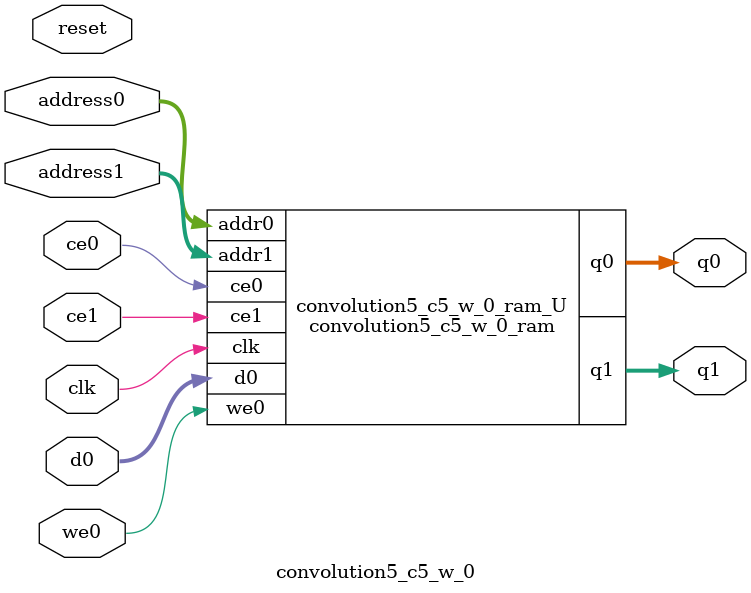
<source format=v>

`timescale 1 ns / 1 ps
module convolution5_c5_w_0_ram (addr0, ce0, d0, we0, q0, addr1, ce1, q1,  clk);

parameter DWIDTH = 32;
parameter AWIDTH = 14;
parameter MEM_SIZE = 9600;

input[AWIDTH-1:0] addr0;
input ce0;
input[DWIDTH-1:0] d0;
input we0;
output reg[DWIDTH-1:0] q0;
input[AWIDTH-1:0] addr1;
input ce1;
output reg[DWIDTH-1:0] q1;
input clk;

(* ram_style = "block" *)reg [DWIDTH-1:0] ram[0:MEM_SIZE-1];




always @(posedge clk)  
begin 
    if (ce0) 
    begin
        if (we0) 
        begin 
            ram[addr0] <= d0; 
            q0 <= d0;
        end 
        else 
            q0 <= ram[addr0];
    end
end


always @(posedge clk)  
begin 
    if (ce1) 
    begin
            q1 <= ram[addr1];
    end
end


endmodule


`timescale 1 ns / 1 ps
module convolution5_c5_w_0(
    reset,
    clk,
    address0,
    ce0,
    we0,
    d0,
    q0,
    address1,
    ce1,
    q1);

parameter DataWidth = 32'd32;
parameter AddressRange = 32'd9600;
parameter AddressWidth = 32'd14;
input reset;
input clk;
input[AddressWidth - 1:0] address0;
input ce0;
input we0;
input[DataWidth - 1:0] d0;
output[DataWidth - 1:0] q0;
input[AddressWidth - 1:0] address1;
input ce1;
output[DataWidth - 1:0] q1;



convolution5_c5_w_0_ram convolution5_c5_w_0_ram_U(
    .clk( clk ),
    .addr0( address0 ),
    .ce0( ce0 ),
    .d0( d0 ),
    .we0( we0 ),
    .q0( q0 ),
    .addr1( address1 ),
    .ce1( ce1 ),
    .q1( q1 ));

endmodule


</source>
